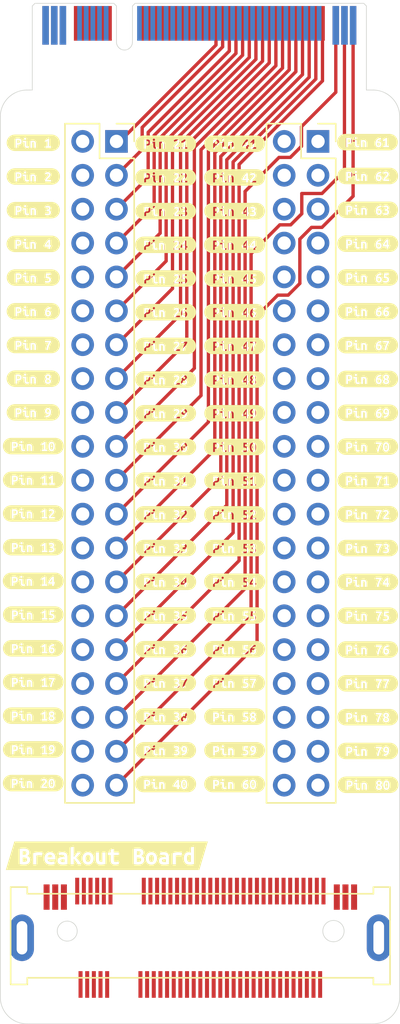
<source format=kicad_pcb>
(kicad_pcb (version 20221018) (generator pcbnew)
  (layers (0 "F.Cu" signal) (31 "B.Cu" signal) (34 "B.Paste" user) (35 "F.Paste" user) (36 "B.SilkS" user "B.Silkscreen") (37 "F.SilkS" user "F.Silkscreen") (38 "B.Mask" user) (39 "F.Mask" user) (44 "Edge.Cuts" user))
  (net 0 "")
  (net 1 "/4")
  (net 2 "/5")
  (net 3 "/6")
  (net 4 "/7")
  (net 5 "/8")
  (net 6 "/9")
  (net 7 "/10")
  (net 8 "/11")
  (net 9 "/12")
  (net 10 "/13")
  (net 11 "/14")
  (net 12 "/15")
  (net 13 "/16")
  (net 14 "/17")
  (net 15 "/18")
  (net 16 "/19")
  (net 17 "/20")
  (net 18 "/21")
  (net 19 "/22")
  (net 20 "/23")
  (net 21 "/24")
  (net 22 "/25")
  (net 23 "/26")
  (net 24 "/27")
  (net 25 "/28")
  (net 26 "/29")
  (net 27 "/30")
  (net 28 "/31")
  (net 29 "/32")
  (net 30 "/33")
  (net 31 "/34")
  (net 32 "/35")
  (net 33 "/36")
  (net 34 "/37")
  (net 35 "/41")
  (net 36 "/42")
  (net 37 "/43")
  (net 38 "/44")
  (net 39 "/45")
  (net 40 "/46")
  (net 41 "/47")
  (net 42 "/48")
  (net 43 "/49")
  (net 44 "/50")
  (net 45 "/51")
  (net 46 "/52")
  (net 47 "/53")
  (net 48 "/54")
  (net 49 "/55")
  (net 50 "/56")
  (net 51 "/57")
  (net 52 "/58")
  (net 53 "/59")
  (net 54 "/60")
  (net 55 "/61")
  (net 56 "/62")
  (net 57 "/63")
  (net 58 "/64")
  (net 59 "/65")
  (net 60 "/66")
  (net 61 "/67")
  (net 62 "/68")
  (net 63 "/69")
  (net 64 "/70")
  (net 65 "/71")
  (net 66 "/72")
  (net 67 "/73")
  (net 68 "/1")
  (net 69 "/2")
  (net 70 "/3")
  (net 71 "/38")
  (net 72 "/39")
  (net 73 "/40")
  (net 74 "/75")
  (net 75 "/77")
  (net 76 "/79")
  (net 77 "74")
  (net 78 "76")
  (net 79 "78")
  (net 80 "80")
  (footprint "kibuzzard-65E4F9B6" (layer "F.Cu") (at 129.65 117.269473)
    (fp_text reference "kibuzzard-65E4F9B6" hide)
    (fp_text value "G***" hide)
  )
  (footprint "kibuzzard-65E4FC9E" (layer "F.Cu") (at 119.7 114.673685)
    (fp_text reference "kibuzzard-65E4FC9E" hide)
    (fp_text value "G***" hide)
  )
  (footprint "kibuzzard-65E4FC1B" (layer "F.Cu") (at 144.825 109.694444)
    (fp_text reference "kibuzzard-65E4FC1B" hide)
    (fp_text value "G***" hide)
  )
  (footprint "kibuzzard-65E4F9A4" (layer "F.Cu") (at 129.65 109.688947)
    (fp_text reference "kibuzzard-65E4F9A4" hide)
    (fp_text value "G***" hide)
  )
  (footprint "kibuzzard-65E4F90C" (layer "F.Cu") (at 134.825 99.581959)
    (fp_text reference "kibuzzard-65E4F90C" hide)
    (fp_text value "G***" hide)
  )
  (footprint "kibuzzard-65E4FCA8" (layer "F.Cu") (at 119.7 119.726315)
    (fp_text reference "kibuzzard-65E4FCA8" hide)
    (fp_text value "G***" hide)
  )
  (footprint "kibuzzard-65E4F98D" (layer "F.Cu") (at 129.65 99.581579)
    (fp_text reference "kibuzzard-65E4F98D" hide)
    (fp_text value "G***" hide)
  )
  (footprint "kibuzzard-65E4FC9A" (layer "F.Cu") (at 119.7 112.146259)
    (fp_text reference "kibuzzard-65E4FC9A" hide)
    (fp_text value "G***" hide)
  )
  (footprint "kibuzzard-65E4FC24" (layer "F.Cu") (at 144.825 112.229444)
    (fp_text reference "kibuzzard-65E4FC24" hide)
    (fp_text value "G***" hide)
  )
  (footprint "kibuzzard-65E4FBE5" (layer "F.Cu") (at 144.825 97.019444)
    (fp_text reference "kibuzzard-65E4FBE5" hide)
    (fp_text value "G***" hide)
  )
  (footprint "kibuzzard-65E4FB85" (layer "F.Cu") (at 134.825 124.85038)
    (fp_text reference "kibuzzard-65E4FB85" hide)
    (fp_text value "G***" hide)
  )
  (footprint "kibuzzard-65E4FA07" (layer "F.Cu") (at 134.825 112.216169)
    (fp_text reference "kibuzzard-65E4FA07" hide)
    (fp_text value "G***" hide)
  )
  (footprint "kibuzzard-65E4FC5A" (layer "F.Cu") (at 119.7 79.304164)
    (fp_text reference "kibuzzard-65E4FC5A" hide)
    (fp_text value "G***" hide)
  )
  (footprint "kibuzzard-65E4F936" (layer "F.Cu") (at 134.825 84.426462)
    (fp_text reference "kibuzzard-65E4F936" hide)
    (fp_text value "G***" hide)
  )
  (footprint "kibuzzard-65E4FC8B" (layer "F.Cu") (at 119.7 104.567314)
    (fp_text reference "kibuzzard-65E4FC8B" hide)
    (fp_text value "G***" hide)
  )
  (footprint "kibuzzard-65E4FB72" (layer "F.Cu") (at 134.825 119.796695)
    (fp_text reference "kibuzzard-65E4FB72" hide)
    (fp_text value "G***" hide)
  )
  (footprint "kibuzzard-65E4F96C" (layer "F.Cu") (at 129.65 89.478655)
    (fp_text reference "kibuzzard-65E4F96C" hide)
    (fp_text value "G***" hide)
  )
  (footprint "kibuzzard-65E4FC2C" (layer "F.Cu") (at 144.825 114.765555)
    (fp_text reference "kibuzzard-65E4FC2C" hide)
    (fp_text value "G***" hide)
  )
  (footprint "kibuzzard-65E4F8A3" (layer "F.Cu") (at 134.825 109.689327)
    (fp_text reference "kibuzzard-65E4F8A3" hide)
    (fp_text value "G***" hide)
  )
  (footprint "kibuzzard-65E4F8A7" (layer "F.Cu") (at 134.825 107.162485)
    (fp_text reference "kibuzzard-65E4F8A7" hide)
    (fp_text value "G***" hide)
  )
  (footprint "kibuzzard-65E4F9CB" (layer "F.Cu") (at 129.65 119.796315)
    (fp_text reference "kibuzzard-65E4F9CB" hide)
    (fp_text value "G***" hide)
  )
  (footprint "kibuzzard-65E4FBB5" (layer "F.Cu") (at 144.825 84.338889)
    (fp_text reference "kibuzzard-65E4FBB5" hide)
    (fp_text value "G***" hide)
  )
  (footprint "kibuzzard-65E4F9F7" (layer "F.Cu") (at 129.65 122.323157)
    (fp_text reference "kibuzzard-65E4F9F7" hide)
    (fp_text value "G***" hide)
  )
  (footprint "kibuzzard-65E4F93A" (layer "F.Cu") (at 134.825 81.900731)
    (fp_text reference "kibuzzard-65E4F93A" hide)
    (fp_text value "G***" hide)
  )
  (footprint "kibuzzard-65E4FB6A" (layer "F.Cu") (at 134.825 117.269853)
    (fp_text reference "kibuzzard-65E4FB6A" hide)
    (fp_text value "G***" hide)
  )
  (footprint "kibuzzard-65E4FBCB" (layer "F.Cu") (at 144.825 89.411111)
    (fp_text reference "kibuzzard-65E4FBCB" hide)
    (fp_text value "G***" hide)
  )
  (footprint "kibuzzard-65E4FBD4" (layer "F.Cu") (at 144.825 91.947222)
    (fp_text reference "kibuzzard-65E4FBD4" hide)
    (fp_text value "G***" hide)
  )
  (footprint "kibuzzard-65E4FB98" (layer "F.Cu") (at 144.8 76.730556)
    (fp_text reference "kibuzzard-65E4FB98" hide)
    (fp_text value "G***" hide)
  )
  (footprint "kibuzzard-65E4F9FC" (layer "F.Cu") (at 129.65 124.85)
    (fp_text reference "kibuzzard-65E4F9FC" hide)
    (fp_text value "G***" hide)
  )
  (footprint "kibuzzard-65E4F907" (layer "F.Cu") (at 134.825 102.108801)
    (fp_text reference "kibuzzard-65E4F907" hide)
    (fp_text value "G***" hide)
  )
  (footprint "kibuzzard-65E4FC61" (layer "F.Cu") (at 119.7 81.830479)
    (fp_text reference "kibuzzard-65E4FC61" hide)
    (fp_text value "G***" hide)
  )
  (footprint "kibuzzard-65E4F960" (layer "F.Cu") (at 129.65 86.951813)
    (fp_text reference "kibuzzard-65E4F960" hide)
    (fp_text value "G***" hide)
  )
  (footprint "footprints:Automotive_M.2_Edge_Connector" (layer "F.Cu") (at 132.175 66.325)
    (fp_text reference "J3" hide)
    (fp_text value "Automotive_M.2_Edge_Connector" hide)
    (fp_line (start -12.55 0.2) (end -12.55 6.5) (stroke (width 0.05)) (layer "Edge.Cuts"))
    (fp_line (start -12.55 0.2) (end -12.35 0) (stroke (width 0.05)) (layer "Edge.Cuts"))
    (fp_line (start -12.35 0) (end -6.425 0) (stroke (width 0.05)) (layer "Edge.Cuts"))
    (fp_line (start -6.225 0.2) (end -6.425 0) (stroke (width 0.05)) (layer "Edge.Cuts"))
    (fp_line (start -6.225 2.9) (end -6.225 0.2) (stroke (width 0.05)) (layer "Edge.Cuts"))
    (fp_line (start -5.025 0.2) (end -4.825 0) (stroke (width 0.05)) (layer "Edge.Cuts"))
    (fp_line (start -5.025 2.9) (end -5.025 0.2) (stroke (width 0.05)) (layer "Edge.Cuts"))
    (fp_line (start -4.825 0) (end 12.35 0) (stroke (width 0.05)) (layer "Edge.Cuts"))
    (fp_line (start 12.55 0.2) (end 12.35 0) (stroke (width 0.05)) (layer "Edge.Cuts"))
    (fp_line (start 12.55 0.2) (end 12.55 6.5) (stroke (width 0.05)) (layer "Edge.Cuts"))
    (fp_arc (start -5.025 2.9) (mid -5.625 3.5) (end -6.225 2.9) (stroke (width 0.05)) (layer "Edge.Cuts"))
    (pad "4" connect rect (at -9.249999 1.5) (size 0.35 2.6) (layers "F.Cu" "F.Mask") (net 1 "/4"))
    (pad "5" connect rect (at -8.75 1.5) (size 0.35 2.6) (layers "F.Cu" "F.Mask") (net 2 "/5"))
    (pad "6" connect rect (at -8.25 1.5) (size 0.35 2.6) (layers "F.Cu" "F.Mask") (net 3 "/6"))
    (pad "7" connect rect (at -7.75 1.5) (size 0.35 2.6) (layers "F.Cu" "F.Mask") (net 4 "/7"))
    (pad "8" connect rect (at -7.25 1.5) (size 0.35 2.6) (layers "F.Cu" "F.Mask") (net 5 "/8"))
    (pad "9" connect rect (at -6.75 1.5) (size 0.35 2.6) (layers "F.Cu" "F.Mask") (net 6 "/9"))
    (pad "10" connect rect (at -4.25 1.5) (size 0.35 2.6) (layers "F.Cu" "F.Mask") (net 7 "/10"))
    (pad "11" connect rect (at -3.75 1.5) (size 0.35 2.6) (layers "F.Cu" "F.Mask") (net 8 "/11"))
    (pad "12" connect rect (at -3.25 1.5) (size 0.35 2.6) (layers "F.Cu" "F.Mask") (net 9 "/12"))
    (pad "13" connect rect (at -2.75 1.5) (size 0.35 2.6) (layers "F.Cu" "F.Mask") (net 10 "/13"))
    (pad "14" connect rect (at -2.25 1.5) (size 0.35 2.6) (layers "F.Cu" "F.Mask") (net 11 "/14"))
    (pad "15" connect rect (at -1.75 1.5) (size 0.35 2.6) (layers "F.Cu" "F.Mask") (net 12 "/15"))
    (pad "16" connect rect (at -1.25 1.5) (size 0.35 2.6) (layers "F.Cu" "F.Mask") (net 13 "/16"))
    (pad "17" connect rect (at -0.75 1.5) (size 0.35 2.6) (layers "F.Cu" "F.Mask") (net 14 "/17"))
    (pad "18" connect rect (at -0.25 1.5) (size 0.35 2.6) (layers "F.Cu" "F.Mask") (net 15 "/18"))
    (pad "19" connect rect (at 0.25 1.5) (size 0.35 2.6) (layers "F.Cu" "F.Mask") (net 16 "/19"))
    (pad "20" connect rect (at 0.75 1.5) (size 0.35 2.6) (layers "F.Cu" "F.Mask") (net 17 "/20"))
    (pad "21" connect rect (at 1.25 1.5) (size 0.35 2.6) (layers "F.Cu" "F.Mask") (net 18 "/21"))
    (pad "22" connect rect (at 1.75 1.5) (size 0.35 2.6) (layers "F.Cu" "F.Mask") (net 19 "/22"))
    (pad "23" connect rect (at 2.25 1.5) (size 0.35 2.6) (layers "F.Cu" "F.Mask") (net 20 "/23"))
    (pad "24" connect rect (at 2.75 1.5) (size 0.35 2.6) (layers "F.Cu" "F.Mask") (net 21 "/24"))
    (pad "25" connect rect (at 3.25 1.5) (size 0.35 2.6) (layers "F.Cu" "F.Mask") (net 22 "/25"))
    (pad "26" connect rect (at 3.75 1.5) (size 0.35 2.6) (layers "F.Cu" "F.Mask") (net 23 "/26"))
    (pad "27" connect rect (at 4.25 1.5) (size 0.35 2.6) (layers "F.Cu" "F.Mask") (net 24 "/27"))
    (pad "28" connect rect (at 4.75 1.5) (size 0.35 2.6) (layers "F.Cu" "F.Mask") (net 25 "/28"))
    (pad "29" connect rect (at 5.25 1.5) (size 0.35 2.6) (layers "F.Cu" "F.Mask") (net 26 "/29"))
    (pad "30" connect rect (at 5.75 1.5) (size 0.35 2.6) (layers "F.Cu" "F.Mask") (net 27 "/30"))
    (pad "31" connect rect (at 6.25 1.5) (size 0.35 2.6) (layers "F.Cu" "F.Mask") (net 28 "/31"))
    (pad "32" connect rect (at 6.75 1.5) (size 0.35 2.6) (layers "F.Cu" "F.Mask") (net 29 "/32"))
    (pad "33" connect rect (at 7.25 1.5) (size 0.35 2.6) (layers "F.Cu" "F.Mask") (net 30 "/33"))
    (pad "34" connect rect (at 7.75 1.5) (size 0.35 2.6) (layers "F.Cu" "F.Mask") (net 31 "/34"))
    (pad "35" connect rect (at 8.25 1.5) (size 0.35 2.6) (layers "F.Cu" "F.Mask") (net 32 "/35"))
    (pad "36" connect rect (at 8.75 1.5) (size 0.35 2.6) (layers "F.Cu" "F.Mask") (net 33 "/36"))
    (pad "37" connect rect (at 9.249999 1.5) (size 0.35 2.6) (layers "F.Cu" "F.Mask") (net 34 "/37"))
    (pad "41" connect rect (at -9 1.5) (size 0.35 2.6) (layers "B.Cu" "B.Mask") (net 35 "/41"))
    (pad "42" connect rect (at -8.5 1.5) (size 0.35 2.6) (layers "B.Cu" "B.Mask") (net 36 "/42"))
    (pad "43" connect rect (at -8 1.5) (size 0.35 2.6) (layers "B.Cu" "B.Mask") (net 37 "/43"))
    (pad "44" connect rect (at -7.5 1.5) (size 0.35 2.6) (layers "B.Cu" "B.Mask") (net 38 "/44"))
    (pad "45" connect rect (at -7 1.5) (size 0.35 2.6) (layers "B.Cu" "B.Mask") (net 39 "/45"))
    (pad "46" connect rect (at -4.5 1.5) (size 0.35 2.6) (layers "B.Cu" "B.Mask") (net 40 "/46"))
    (pad "47" connect rect (at -4 1.5) (size 0.35 2.6) (layers "B.Cu" "B.Mask") (net 41 "/47"))
    (pad "48" connect rect (at -3.5 1.5) (size 0.35 2.6) (layers "B.Cu" "B.Mask") (net 42 "/48"))
    (pad "49" connect rect (at -3 1.5) (size 0.35 2.6) (layers "B.Cu" "B.Mask") (net 43 "/49"))
    (pad "50" connect rect (at -2.5 1.5) (size 0.35 2.6) (layers "B.Cu" "B.Mask") (net 44 "/50"))
    (pad "51" connect rect (at -2 1.5) (size 0.35 2.6) (layers "B.Cu" "B.Mask") (net 45 "/51"))
    (pad "52" connect rect (at -1.5 1.5) (size 0.35 2.6) (layers "B.Cu" "B.Mask") (net 46 "/52"))
    (pad "53" connect rect (at -1 1.5) (size 0.35 2.6) (layers "B.Cu" "B.Mask") (net 47 "/53"))
    (pad "54" connect rect (at -0.5 1.5) (size 0.35 2.6) (layers "B.Cu" "B.Mask") (net 48 "/54"))
    (pad "55" connect rect (at 0 1.5) (size 0.35 2.6) (layers "B.Cu" "B.Mask") (net 49 "/55"))
    (pad "56" connect rect (at 0.5 1.5) (size 0.35 2.6) (layers "B.Cu" "B.Mask") (net 50 "/56"))
    (pad "57" connect rect (at 1 1.5) (size 0.35 2.6) (layers "B.Cu" "B.Mask") (net 51 "/57"))
    (pad "58" connect rect (at 1.5 1.5) (size 0.35 2.6) (layers "B.Cu" "B.Mask") (net 52 "/58"))
    (pad "59" connect rect (at 2 1.5) (size 0.35 2.6) (layers "B.Cu" "B.Mask") (net 53 "/59"))
    (pad "60" connect rect (at 2.5 1.5) (size 0.35 2.6) (layers "B.Cu" "B.Mask") (net 54 "/60"))
    (pad "61" connect rect (at 3 1.5) (size 0.35 2.6) (layers "B.Cu" "B.Mask") (net 55 "/61"))
    (pad "62" connect rect (at 3.5 1.5) (size 0.35 2.6) (layers "B.Cu" "B.Mask") (net 56 "/62"))
    (pad "63" connect rect (at 4 1.5) (size 0.35 2.6) (layers "B.Cu" "B.Mask") (net 57 "/63"))
    (pad "64" connect rect (at 4.5 1.5) (size 0.35 2.6) (layers "B.Cu" "B.Mask") (net 58 "/64"))
    (pad "65" connect rect (at 5 1.5) (size 0.35 2.6) (layers "B.Cu" "B.Mask") (net 59 "/65"))
    (pad "66" connect rect (at 5.5 1.5) (size 0.35 2.6) (layers "B.Cu" "B.Mask") (net 60 "/66"))
    (pad "67" connect rect (at 6 1.5) (size 0.35 2.6) (layers "B.Cu" "B.Mask") (net 61 "/67"))
    (pad "68" connect rect (at 6.5 1.5) (size 0.35 2.6) (layers "B.Cu" "B.Mask") (net 62 "/68"))
    (pad "69" connect rect (at 7 1.5) (size 0.35 2.6) (layers "B.Cu" "B.Mask") (net 63 "/69"))
    (pad "70" connect rect (at 7.5 1.5) (size 0.35 2.6) (layers "B.Cu" "B.Mask") (net 64 "/70"))
    (pad "71" connect rect (at 8 1.5) (size 0.35 2.6) (layers "B.Cu" "B.Mask") (net 65 "/71"))
    (pad "72" connect rect (at 8.5 1.5) (size 0.35 2.6) (layers "B.Cu" "B.Mask") (net 66 "/72"))
    (pad "73" connect rect (at 9 1.5) (size 0.35 2.6) (layers "B.Cu" "B.Mask") (net 67 "/73"))
    (pad "P1" connect rect (at -11.55 1.65) (size 0.4953 2.899999) (layers "F.Cu" "F.Mask") (net 68 "/1"))
    (pad "P1" connect rect (at -11.55 1.65) (size 0.4953 2.899999) (layers "B.Cu" "B.Mask") (net 68 "/1"))
    (pad "P2" connect rect (at -10.9 1.65) (size 0.4953 2.899999) (layers "F.Cu" "F.Mask") (net 69 "/2"))
    (pad "P2" connect rect (at -10.9 1.65) (size 0.4953 2.899999) (layers "B.Cu" "B.Mask") (net 69 "/2"))
    (pad "P3" connect rect (at -10.25 1.65) (size 0.4953 2.899999) (layers "F.Cu" "F.Mask") (net 70 "/3"))
    (pad "P3" connect rect (at -10.25 1.65) (size 0.4953 2.899999) (layers "B.Cu" "B.Mask") (net 70 "/3"))
    (pad "P38" connect rect (at 10.25 1.65) (size 0.4953 2.899999) (layers "F.Cu" "F.Mask") (net 71 "/38"))
    (pad "P38" connect rect (at 10.25 1.65) (size 0.4953 2.899999) (layers "B.Cu" "B.Mask") (net 71 "/38"))
    (pad "P39" connect rect (at 10.9 1.65) (size 0.4953 2.899999) (layers "F.Cu" "F.Mask") (net 72 "/39"))
    (pad "P39" connect rect (at 10.9 1.65) (size 0.4953 2.899999) (layers "B.Cu" "B.Mask") (net 72 "/39"))
    (pad "P40" connect rect (at 11.55 1.65) (size 0.4953 2.899999) (layers "F.Cu" "F.Mask") (net 73 "/40"))
    (pad "P40" connect rect (at 11.55 1.65) (size 0.4953 2.899999) (layers "B.Cu" "B.Mask") (net 73 "/40"))
  )
  (footprint "kibuzzard-65E4F92D" (layer "F.Cu") (at 134.825 89.479035)
    (fp_text reference "kibuzzard-65E4F92D" hide)
    (fp_text value "G***" hide)
  )
  (footprint "kibuzzard-65E4FC6E" (layer "F.Cu") (at 119.7 89.410535)
    (fp_text reference "kibuzzard-65E4FC6E" hide)
    (fp_text value "G***" hide)
  )
  (footprint "kibuzzard-65E4F991" (layer "F.Cu") (at 129.65 102.108421)
    (fp_text reference "kibuzzard-65E4F991" hide)
    (fp_text value "G***" hide)
  )
  (footprint "kibuzzard-65E4FC55" (layer "F.Cu") (at 119.7 76.77896)
    (fp_text reference "kibuzzard-65E4FC55" hide)
    (fp_text value "G***" hide)
  )
  (footprint "kibuzzard-65E4FCB0" (layer "F.Cu") (at 119.7 124.77896)
    (fp_text reference "kibuzzard-65E4FCB0" hide)
    (fp_text value "G***" hide)
  )
  (footprint "kibuzzard-65E4F9B0" (layer "F.Cu") (at 129.65 114.742631)
    (fp_text reference "kibuzzard-65E4F9B0" hide)
    (fp_text value "G***" hide)
  )
  (footprint "kibuzzard-65E4FC40" (layer "F.Cu") (at 144.825 122.370555)
    (fp_text reference "kibuzzard-65E4FC40" hide)
    (fp_text value "G***" hide)
  )
  (footprint "kibuzzard-65E4FCAC" (layer "F.Cu") (at 119.7 122.25263)
    (fp_text reference "kibuzzard-65E4FCAC" hide)
    (fp_text value "G***" hide)
  )
  (footprint "kibuzzard-65E4FC08" (layer "F.Cu") (at 144.825 107.159444)
    (fp_text reference "kibuzzard-65E4FC08" hide)
    (fp_text value "G***" hide)
  )
  (footprint "kibuzzard-65E4FC86" (layer "F.Cu") (at 119.7 102.04211)
    (fp_text reference "kibuzzard-65E4FC86" hide)
    (fp_text value "G***" hide)
  )
  (footprint "kibuzzard-65E4FC00" (layer "F.Cu") (at 144.825 104.624444)
    (fp_text reference "kibuzzard-65E4FC00" hide)
    (fp_text value "G***" hide)
  )
  (footprint "kibuzzard-65E4F941" (layer "F.Cu") (at 134.825 79.375)
    (fp_text reference "kibuzzard-65E4F941" hide)
    (fp_text value "G***" hide)
  )
  (footprint "kibuzzard-65E4FBAD" (layer "F.Cu") (at 144.825 81.802778)
    (fp_text reference "kibuzzard-65E4FBAD" hide)
    (fp_text value "G***" hide)
  )
  (footprint "kibuzzard-65E4F987" (layer "F.Cu") (at 129.65 97.055848)
    (fp_text reference "kibuzzard-65E4F987" hide)
    (fp_text value "G***" hide)
  )
  (footprint "kibuzzard-65E4F946" (layer "F.Cu") (at 134.825 76.85038)
    (fp_text reference "kibuzzard-65E4F946" hide)
    (fp_text value "G***" hide)
  )
  (footprint "kibuzzard-65E4F8AD" (layer "F.Cu") (at 134.825 104.635643)
    (fp_text reference "kibuzzard-65E4F8AD" hide)
    (fp_text value "G***" hide)
  )
  (footprint "kibuzzard-65E4FC65" (layer "F.Cu") (at 119.7 84.356794)
    (fp_text reference "kibuzzard-65E4FC65" hide)
    (fp_text value "G***" hide)
  )
  (footprint "kibuzzard-65E4FC33" (layer "F.Cu") (at 144.825 117.300555)
    (fp_text reference "kibuzzard-65E4FC33" hide)
    (fp_text value "G***" hide)
  )
  (footprint "kibuzzard-65E4FB5F" (layer "F.Cu") (at 134.825 114.743011)
    (fp_text reference "kibuzzard-65E4FB5F" hide)
    (fp_text value "G***" hide)
  )
  (footprint "kibuzzard-65E4F95B" (layer "F.Cu") (at 129.65 84.426082)
    (fp_text reference "kibuzzard-65E4F95B" hide)
    (fp_text value "G***" hide)
  )
  (footprint "kibuzzard-65E4FC7A" (layer "F.Cu") (at 119.7 94.463165)
    (fp_text reference "kibuzzard-65E4FC7A" hide)
    (fp_text value "G***" hide)
  )
  (footprint "kibuzzard-65E4F97B" (layer "F.Cu") (at 129.65 92.004386)
    (fp_text reference "kibuzzard-65E4F97B" hide)
    (fp_text value "G***" hide)
  )
  (footprint "kibuzzard-65E4FC72" (layer "F.Cu") (at 119.7 91.93685)
    (fp_text reference "kibuzzard-65E4FC72" hide)
    (fp_text value "G***" hide)
  )
  (footprint "kibuzzard-65E4FBA6" (layer "F.Cu") (at 144.825 79.266667)
    (fp_text reference "kibuzzard-65E4FBA6" hide)
    (fp_text value "G***" hide)
  )
  (footprint "kibuzzard-65E4F981" (layer "F.Cu") (at 129.65 94.530117)
    (fp_text reference "kibuzzard-65E4F981" hide)
    (fp_text value "G***" hide)
  )
  (footprint "kibuzzard-65E4F932" (layer "F.Cu") (at 134.825 86.952193)
    (fp_text reference "kibuzzard-65E4F932" hide)
    (fp_text value "G***" hide)
  )
  (footprint "kibuzzard-65E4FBEC" (layer "F.Cu") (at 144.825 99.555555)
    (fp_text reference "kibuzzard-65E4FBEC" hide)
    (fp_text value "G***" hide)
  )
  (footprint "kibuzzard-65E4FC7E" (layer "F.Cu") (at 119.7 96.98948)
    (fp_text reference "kibuzzard-65E4FC7E" hide)
    (fp_text value "G***" hide)
  )
  (footprint "kibuzzard-65E4F911" (layer "F.Cu") (at 134.825 97.056228)
    (fp_text reference "kibuzzard-65E4F911" hide)
    (fp_text value "G***" hide)
  )
  (footprint "kibuzzard-65E4F997" (layer "F.Cu") (at 129.65 104.635263)
    (fp_text reference "kibuzzard-65E4F997" hide)
    (fp_text value "G***" hide)
  )
  (footprint "kibuzzard-65E4F9A9" (layer "F.Cu") (at 129.65 112.215789)
    (fp_text reference "kibuzzard-65E4F9A9" hide)
    (fp_text value "G***" hide)
  )
  (footprint "Connector_PinSocket_2.54mm:PinSocket_2x20_P2.54mm_Vertical" (layer "F.Cu") (at 125.95 76.675)
    (fp_text reference "J1" hide)
    (fp_text value "Pin_Header_1" hide)
    (pad "1" thru_hole oval (at -2.54 0) (size 1.7 1.7) (drill 1) (layers "*.Cu" "*.Mask") (net 68 "/1"))
    (pad "2" thru_hole oval (at -2.54 2.54) (size 1.7 1.7) (drill 1) (layers "*.Cu" "*.Mask") (net 69 "/2"))
    (pad "3" thru_hole oval (at -2.54 5.08) (size 1.7 1.7) (drill 1) (layers "*.Cu" "*.Mask") (net 70 "/3"))
    (pad "4" thru_hole oval (at -2.54 7.62) (size 1.7 1.7) (drill 1) (layers "*.Cu" "*.Mask") (net 1 "/4"))
    (pad "5" thru_hole oval (at -2.54 10.16) (size 1.7 1.7) (drill 1) (layers "*.Cu" "*.Mask") (net 2 "/5"))
    (pad "6" thru_hole oval (at -2.54 12.7) (size 1.7 1.7) (drill 1) (layers "*.Cu" "*.Mask") (net 3 "/6"))
    (pad "7" thru_hole oval (at -2.54 15.24) (size 1.7 1.7) (drill 1) (layers "*.Cu" "*.Mask") (net 4 "/7"))
    (pad "8" thru_hole oval (at -2.54 17.78) (size 1.7 1.7) (drill 1) (layers "*.Cu" "*.Mask") (net 5 "/8"))
    (pad "9" thru_hole oval (at -2.54 20.32) (size 1.7 1.7) (drill 1) (layers "*.Cu" "*.Mask") (net 6 "/9"))
    (pad "10" thru_hole oval (at -2.54 22.86) (size 1.7 1.7) (drill 1) (layers "*.Cu" "*.Mask") (net 7 "/10"))
    (pad "11" thru_hole oval (at -2.54 25.4) (size 1.7 1.7) (drill 1) (layers "*.Cu" "*.Mask") (net 8 "/11"))
    (pad "12" thru_hole oval (at -2.54 27.94) (size 1.7 1.7) (drill 1) (layers "*.Cu" "*.Mask") (net 9 "/12"))
    (pad "13" thru_hole oval (at -2.54 30.48) (size 1.7 1.7) (drill 1) (layers "*.Cu" "*.Mask") (net 10 "/13"))
    (pad "14" thru_hole oval (at -2.54 33.02) (size 1.7 1.7) (drill 1) (layers "*.Cu" "*.Mask") (net 11 "/14"))
    (pad "15" thru_hole oval (at -2.54 35.56) (size 1.7 1.7) (drill 1) (layers "*.Cu" "*.Mask") (net 12 "/15"))
    (pad "16" thru_hole oval (at -2.54 38.1) (size 1.7 1.7) (drill 1) (layers "*.Cu" "*.Mask") (net 13 "/16"))
    (pad "17" thru_hole oval (at -2.54 40.64) (size 1.7 1.7) (drill 1) (layers "*.Cu" "*.Mask") (net 14 "/17"))
    (pad "18" thru_hole oval (at -2.54 43.18) (size 1.7 1.7) (drill 1) (layers "*.Cu" "*.Mask") (net 15 "/18"))
    (pad "19" thru_hole oval (at -2.54 45.72) (size 1.7 1.7) (drill 1) (layers "*.Cu" "*.Mask") (net 16 "/19"))
    (pad "20" thru_hole oval (at -2.54 48.26) (size 1.7 1.7) (drill 1) (layers "*.Cu" "*.Mask") (net 17 "/20"))
    (pad "21" thru_hole rect (at 0 0) (size 1.7 1.7) (drill 1) (layers "*.Cu" "*.Mask") (net 18 "/21"))
    (pad "22" thru_hole oval (at 0 2.54) (size 1.7 1.7) (drill 1) (layers "*.Cu" "*.Mask") (net 19 "/22"))
    (pad "23" thru_hole oval (at 0 5.08) (size 1.7 1.7) (drill 1) (layers "*.Cu" "*.Mask") (net 20 "/23"))
    (pad "24" thru_hole oval (at 0 7.62) (size 1.7 1.7) (drill 1) (layers "*.Cu" "*.Mask") (net 21 "/24"))
    (pad "25" thru_hole oval (at 0 10.16) (size 1.7 1.7) (drill 1) (layers "*.Cu" "*.Mask") (net 22 "/25"))
    (pad "26" thru_hole oval (at 0 12.7) (size 1.7 1.7) (drill 1) (layers "*.Cu" "*.Mask") (net 23 "/26"))
    (pad "27" thru_hole oval (at 0 15.24) (size 1.7 1.7) (drill 1) (layers "*.Cu" "*.Mask") (net 24 "/27"))
    (pad "28" thru_hole oval (at 0 17.78) (size 1.7 1.7) (drill 1) (layers "*.Cu" "*.Mask") (net 25 "/28"))
    (pad "29" thru_hole oval (at 0 20.32) (size 1.7 1.7) (drill 1) (layers "*.Cu" "*.Mask") (net 26 "/29"))
    (pad "30" thru_hole oval (at 0 22.86) (size 1.7 1.7) (drill 1) (layers "*.Cu" "*.Mask") (net 27 "/30"))
    (pad "31" thru_hole oval (at 0 25.4) (size 1.7 1.7) (drill 1) (layers "*.Cu" "*.Mask") (net 28 "/31"))
    (pad "32" thru_hole oval (at 0 27.94) (size 1.7 1.7) (drill 1) (layers "*.Cu" "*.Mask") (net 29 "/32"))
    (pad "33" thru_hole oval (at 0 30.48) (size 1.7 1.7) (drill 1) (layers "*.Cu" "*.Mask") (net 30 "/33"))
    (pad "34" thru_hole oval (at 0 33.02) (size 1.7 1.7) (drill 1) (layers "*.Cu" "*.Mask") (net 31 "/34"))
    (pad "35" thru_hole oval (at 0 35.56) (size 1.7 1.7) (drill 1) (layers "*.Cu" "*.Mask") (net 32 "/35"))
    (pad "36" thru_hole oval (at 0 38.1) (size 1.7 1.7) (drill 1) (layers "*.Cu" "*.Mask") (net 33 "/36"))
    (pad "37" thru_hole oval (at 0 40.64) (size 1.7 1.7) (drill 1) (layers "*.Cu" "*.Mask") (net 34 "/37"))
    (pad "38" thru_hole oval (at 0 43.18) (size 1.7 1.7) (drill 1) (layers "*.Cu" "*.Mask") (net 71 "/38"))
    (pad "39" thru_hole oval (at 0 45.72) (size 1.7 1.7) (drill 1) (layers "*.Cu" "*.Mask") (net 72 "/39"))
    (pad "40" thru_hole oval (at 0 48.26) (size 1.7 1.7) (drill 1) (layers "*.Cu" "*.Mask") (net 73 "/40"))
  )
  (footprint "kibuzzard-65E4FBBB" (layer "F.Cu") (at 144.825 86.875)
    (fp_text reference "kibuzzard-65E4FBBB" hide)
    (fp_text value "G***" hide)
  )
  (footprint "kibuzzard-65E4FB7A" (layer "F.Cu") (at 134.825 122.323537)
    (fp_text reference "kibuzzard-65E4FB7A" hide)
    (fp_text value "G***" hide)
  )
  (footprint "kibuzzard-65E4FC95" (layer "F.Cu") (at 119.7 109.619944)
    (fp_text reference "kibuzzard-65E4FC95" hide)
    (fp_text value "G***" hide)
  )
  (footprint "Connector_PinSocket_2.54mm:PinSocket_2x20_P2.54mm_Vertical" (layer "F.Cu") (at 141.09 76.675)
    (fp_text reference "J2" hide)
    (fp_text value "Pin_Header_2" hide)
    (pad "41" thru_hole oval (at -2.54 0) (size 1.7 1.7) (drill 1) (layers "*.Cu" "*.Mask") (net 35 "/41"))
    (pad "42" thru_hole oval (at -2.54 2.54) (size 1.7 1.7) (drill 1) (layers "*.Cu" "*.Mask") (net 36 "/42"))
    (pad "43" thru_hole oval (at -2.54 5.08) (size 1.7 1.7) (drill 1) (layers "*.Cu" "*.Mask") (net 37 "/43"))
    (pad "44" thru_hole oval (at -2.54 7.62) (size 1.7 1.7) (drill 1) (layers "*.Cu" "*.Mask") (net 38 "/44"))
    (pad "45" thru_hole oval (at -2.54 10.16) (size 1.7 1.7) (drill 1) (layers "*.Cu" "*.Mask") (net 39 "/45"))
    (pad "46" thru_hole oval (at -2.54 12.7) (size 1.7 1.7) (drill 1) (layers "*.Cu" "*.Mask") (net 40 "/46"))
    (pad "47" thru_hole oval (at -2.54 15.24) (size 1.7 1.7) (drill 1) (layers "*.Cu" "*.Mask") (net 41 "/47"))
    (pad "48" thru_hole oval (at -2.54 17.78) (size 1.7 1.7) (drill 1) (layers "*.Cu" "*.Mask") (net 42 "/48"))
    (pad "49" thru_hole oval (at -2.54 20.32) (size 1.7 1.7) (drill 1) (layers "*.Cu" "*.Mask") (net 43 "/49"))
    (pad "50" thru_hole oval (at -2.54 22.86) (size 1.7 1.7) (drill 1) (layers "*.Cu" "*.Mask") (net 44 "/50"))
    (pad "51" thru_hole oval (at -2.54 25.4) (size 1.7 1.7) (drill 1) (layers "*.Cu" "*.Mask") (net 45 "/51"))
    (pad "52" thru_hole oval (at -2.54 27.94) (size 1.7 1.7) (drill 1) (layers "*.Cu" "*.Mask") (net 46 "/52"))
    (pad "53" thru_hole oval (at -2.54 30.48) (size 1.7 1.7) (drill 1) (layers "*.Cu" "*.Mask") (net 47 "/53"))
    (pad "54" thru_hole oval (at -2.54 33.02) (size 1.7 1.7) (drill 1) (layers "*.Cu" "*.Mask") (net 48 "/54"))
    (pad "55" thru_hole oval (at -2.54 35.56) (size 1.7 1.7) (drill 1) (layers "*.Cu" "*.Mask") (net 49 "/55"))
    (pad "56" thru_hole oval (at -2.54 38.1) (size 1.7 1.7) (drill 1) (layers "*.Cu" "*.Mask") (net 50 "/56"))
    (pad "57" thru_hole oval (at -2.54 40.64) (size 1.7 1.7) (drill 1) (layers "*.Cu" "*.Mask") (net 51 "/57"))
    (pad "58" thru_hole oval (at -2.54 43.18) (size 1.7 1.7) (drill 1) (layers "*.Cu" "*.Mask") (net 52 "/58"))
    (pad "59" thru_hole oval (at -2.54 45.72) (size 1.7 1.7) (drill 1) (layers "*.Cu" "*.Mask") (net 53 "/59"))
    (pad "60" thru_hole oval (at -2.54 48.26) (size 1.7 1.7) (drill 1) (layers "*.Cu" "*.Mask") (net 54 "/60"))
    (pad "61" thru_hole rect (at 0 0) (size 1.7 1.7) (drill 1) (layers "*.Cu" "*.Mask") (net 55 "/61"))
    (pad "62" thru_hole oval (at 0 2.54) (size 1.7 1.7) (drill 1) (layers "*.Cu" "*.Mask") (net 56 "/62"))
    (pad "63" thru_hole oval (at 0 5.08) (size 1.7 1.7) (drill 1) (layers "*.Cu" "*.Mask") (net 57 "/63"))
    (pad "64" thru_hole oval (at 0 7.62) (size 1.7 1.7) (drill 1) (layers "*.Cu" "*.Mask") (net 58 "/64"))
    (pad "65" thru_hole oval (at 0 10.16) (size 1.7 1.7) (drill 1) (layers "*.Cu" "*.Mask") (net 59 "/65"))
    (pad "66" thru_hole oval (at 0 12.7) (size 1.7 1.7) (drill 1) (layers "*.Cu" "*.Mask") (net 60 "/66"))
    (pad "67" thru_hole oval (at 0 15.24) (size 1.7 1.7) (drill 1) (layers "*.Cu" "*.Mask") (net 61 "/67"))
    (pad "68" thru_hole oval (at 0 17.78) (size 1.7 1.7) (drill 1) (layers "*.Cu" "*.Mask") (net 62 "/68"))
    (pad "69" thru_hole oval (at 0 20.32) (size 1.7 1.7) (drill 1) (layers "*.Cu" "*.Mask") (net 63 "/69"))
    (pad "70" thru_hole oval (at 0 22.86) (size 1.7 1.7) (drill 1) (layers "*.Cu" "*.Mask") (net 64 "/70"))
    (pad "71" thru_hole oval (at 0 25.4) (size 1.7 1.7) (drill 1) (layers "*.Cu" "*.Mask") (net 65 "/71"))
    (pad "72" thru_hole oval (at 0 27.94) (size 1.7 1.7) (drill 1) (layers "*.Cu" "*.Mask") (net 66 "/72"))
    (pad "73" thru_hole oval (at 0 30.48) (size 1.7 1.7) (drill 1) (layers "*.Cu" "*.Mask") (net 67 "/73"))
    (pad "74" thru_hole oval (at 0 33.02) (size 1.7 1.7) (drill 1) (layers "*.Cu" "*.Mask") (net 77 "74"))
    (pad "75" thru_hole oval (at 0 35.56) (size 1.7 1.7) (drill 1) (layers "*.Cu" "*.Mask") (net 74 "/75"))
    (pad "76" thru_hole oval (at 0 38.1) (size 1.7 1.7) (drill 1) (layers "*.Cu" "*.Mask") (net 78 "76"))
    (pad "77" thru_hole oval (at 0 40.64) (size 1.7 1.7) (drill 1) (layers "*.Cu" "*.Mask") (net 75 "/77"))
    (pad "78" thru_hole oval (at 0 43.18) (size 1.7 1.7) (drill 1) (layers "*.Cu" "*.Mask") (net 79 "78"))
    (pad "79" thru_hole oval (at 0 45.72) (size 1.7 1.7) (drill 1) (layers "*.Cu" "*.Mask") (net 76 "/79"))
    (pad "80" thru_hole oval (at 0 48.26) (size 1.7 1.7) (drill 1) (layers "*.Cu" "*.Mask") (net 80 "80"))
  )
  (footprint "kibuzzard-65E4F94A" (layer "F.Cu") (at 129.65 76.85)
    (fp_text reference "kibuzzard-65E4F94A" hide)
    (fp_text value "G***" hide)
  )
  (footprint "kibuzzard-65E4FBF3" (layer "F.Cu") (at 144.825 102.090555)
    (fp_text reference "kibuzzard-65E4FBF3" hide)
    (fp_text value "G***" hide)
  )
  (footprint "kibuzzard-65E4F99B" (layer "F.Cu") (at 129.65 107.162105)
    (fp_text reference "kibuzzard-65E4F99B" hide)
    (fp_text value "G***" hide)
  )
  (footprint "kibuzzard-65E4FCA3" (layer "F.Cu") (at 119.7 117.2)
    (fp_text reference "kibuzzard-65E4FCA3" hide)
    (fp_text value "G***" hide)
  )
  (footprint "kibuzzard-65E4F955" (layer "F.Cu") (at 129.65 81.900351)
    (fp_text reference "kibuzzard-65E4F955" hide)
    (fp_text value "G***" hide)
  )
  (footprint "kibuzzard-65E4F928" (layer "F.Cu") (at 134.825 92.004766)
    (fp_text reference "kibuzzard-65E4F928" hide)
    (fp_text value "G***" hide)
  )
  (footprint "kibuzzard-65E4FC69" (layer "F.Cu") (at 119.7 86.883109)
    (fp_text reference "kibuzzard-65E4FC69" hide)
    (fp_text value "G***" hide)
  )
  (footprint "kibuzzard-65E4FC8F" (layer "F.Cu") (at 119.7 107.093629)
    (fp_text reference "kibuzzard-65E4FC8F" hide)
    (fp_text value "G***" hide)
  )
  (footprint "kibuzzard-65E4F916" (layer "F.Cu") (at 134.825 94.530497)
    (fp_text reference "kibuzzard-65E4F916" hide)
    (fp_text value "G***" hide)
  )
  (footprint "kibuzzard-65E4FBDC" (layer "F.Cu") (at 144.825 94.483333)
    (fp_text reference "kibuzzard-65E4FBDC" hide)
    (fp_text value "G***" hide)
  )
  (footprint "kibuzzard-65E4FC47" (layer "F.Cu") (at 144.85 124.905556)
    (fp_text reference "kibuzzard-65E4FC47" hide)
    (fp_text value "G***" hide)
  )
  (footprint "kibuzzard-65E4F951" (layer "F.Cu") (at 129.65 79.37462)
    (fp_text reference "kibuzzard-65E4F951" hide)
    (fp_text value "G***" hide)
  )
  (footprint "kibuzzard-65E52195" (layer "F.Cu") (at 125.225 130.225)
    (fp_text reference "kibuzzard-65E52195" hide)
    (fp_text value "G***" hide)
  )
  (footprint "kibuzzard-65E4FC39" (layer "F.Cu") (at 144.825 119.835555)
    (fp_text reference "kibuzzard-65E4FC39" hide)
    (fp_text value "G***" hide)
  )
  (footprint "footprints:Automotive_M.2" (layer "F.Cu") (at 132.25 135.875)
    (fp_text reference "J4" hide)
    (fp_text value "Automotive_M.2" hide)
    (fp_circle (center -10 0) (end -9.25 0) (stroke (width 0.05)) (fill none) (layer "Edge.Cuts"))
    (fp_circle (center 10 0) (end 10.8 0) (stroke (width 0.05)) (fill none) (layer "Edge.Cuts"))
    (pad "4" smd rect (at -9.25 -3) (size 0.3 2) (layers "F.Cu" "F.Paste" "F.Mask") (net 1 "/4"))
    (pad "5" smd rect (at -8.75 -3) (size 0.3 2) (layers "F.Cu" "F.Paste" "F.Mask") (net 2 "/5"))
    (pad "6" smd rect (at -8.25 -3) (size 0.3 2) (layers "F.Cu" "F.Paste" "F.Mask") (net 3 "/6"))
    (pad "7" smd rect (at -7.75 -3) (size 0.3 2) (layers "F.Cu" "F.Paste" "F.Mask") (net 4 "/7"))
    (pad "8" smd rect (at -7.25 -3) (size 0.3 2) (layers "F.Cu" "F.Paste" "F.Mask") (net 5 "/8"))
    (pad "9" smd rect (at -6.75 -3) (size 0.3 2) (layers "F.Cu" "F.Paste" "F.Mask") (net 6 "/9"))
    (pad "10" smd rect (at -4.25 -3) (size 0.3 2) (layers "F.Cu" "F.Paste" "F.Mask") (net 7 "/10"))
    (pad "11" smd rect (at -3.75 -3) (size 0.3 2) (layers "F.Cu" "F.Paste" "F.Mask") (net 8 "/11"))
    (pad "12" smd rect (at -3.25 -3) (size 0.3 2) (layers "F.Cu" "F.Paste" "F.Mask") (net 9 "/12"))
    (pad "13" smd rect (at -2.75 -3) (size 0.3 2) (layers "F.Cu" "F.Paste" "F.Mask") (net 10 "/13"))
    (pad "14" smd rect (at -2.25 -3) (size 0.3 2) (layers "F.Cu" "F.Paste" "F.Mask") (net 11 "/14"))
    (pad "15" smd rect (at -1.75 -3) (size 0.3 2) (layers "F.Cu" "F.Paste" "F.Mask") (net 12 "/15"))
    (pad "16" smd rect (at -1.25 -3) (size 0.3 2) (layers "F.Cu" "F.Paste" "F.Mask") (net 13 "/16"))
    (pad "17" smd rect (at -0.75 -3) (size 0.3 2) (layers "F.Cu" "F.Paste" "F.Mask") (net 14 "/17"))
    (pad "18" smd rect (at -0.25 -3) (size 0.3 2) (layers "F.Cu" "F.Paste" "F.Mask") (net 15 "/18"))
    (pad "19" smd rect (at 0.25 -3) (size 0.3 2) (layers "F.Cu" "F.Paste" "F.Mask") (net 16 "/19"))
    (pad "20" smd rect (at 0.75 -3) (size 0.3 2) (layers "F.Cu" "F.Paste" "F.Mask") (net 17 "/20"))
    (pad "21" smd rect (at 1.25 -3) (size 0.3 2) (layers "F.Cu" "F.Paste" "F.Mask") (net 18 "/21"))
    (pad "22" smd rect (at 1.75 -3) (size 0.3 2) (layers "F.Cu" "F.Paste" "F.Mask") (net 19 "/22"))
    (pad "23" smd rect (at 2.25 -3) (size 0.3 2) (layers "F.Cu" "F.Paste" "F.Mask") (net 20 "/23"))
    (pad "24" smd rect (at 2.75 -3) (size 0.3 2) (layers "F.Cu" "F.Paste" "F.Mask") (net 21 "/24"))
    (pad "25" smd rect (at 3.25 -3) (size 0.3 2) (layers "F.Cu" "F.Paste" "F.Mask") (net 22 "/25"))
    (pad "26" smd rect (at 3.75 -3) (size 0.3 2) (layers "F.Cu" "F.Paste" "F.Mask") (net 23 "/26"))
    (pad "27" smd rect (at 4.25 -3) (size 0.3 2) (layers "F.Cu" "F.Paste" "F.Mask") (net 24 "/27"))
    (pad "28" smd rect (at 4.75 -3) (size 0.3 2) (layers "F.Cu" "F.Paste" "F.Mask") (net 25 "/28"))
    (pad "29" smd rect (at 5.25 -3) (size 0.3 2) (layers "F.Cu" "F.Paste" "F.Mask") (net 26 "/29"))
    (pad "30" smd rect (at 5.75 -3) (size 0.3 2) (layers "F.Cu" "F.Paste" "F.Mask") (net 27 "/30"))
    (pad "31" smd rect (at 6.25 -3) (size 0.3 2) (layers "F.Cu" "F.Paste" "F.Mask") (net 28 "/31"))
    (pad "32" smd rect (at 6.75 -3) (size 0.3 2) (layers "F.Cu" "F.Paste" "F.Mask") (net 29 "/32"))
    (pad "33" smd rect (at 7.25 -3) (size 0.3 2) (layers "F.Cu" "F.Paste" "F.Mask") (net 30 "/33"))
    (pad "34" smd rect (at 7.75 -3) (size 0.3 2) (layers "F.Cu" "F.Paste" "F.Mask") (net 31 "/34"))
    (pad "35" smd rect (at 8.25 -3) (size 0.3 2) (layers "F.Cu" "F.Paste" "F.Mask") (net 32 "/35"))
    (pad "36" smd rect (at 8.75 -3) (size 0.3 2) (layers "F.Cu" "F.Paste" "F.Mask") (net 33 "/36"))
    (pad "37" smd rect (at 9.25 -3) (size 0.3 2) (layers "F.Cu" "F.Paste" "F.Mask") (net 34 "/37"))
    (pad "41" smd rect (at -9 4) (size 0.3 2) (layers "F.Cu" "F.Paste" "F.Mask") (net 35 "/41"))
    (pad "42" smd rect (at -8.5 4) (size 0.3 2) (layers "F.Cu" "F.Paste" "F.Mask") (net 36 "/42"))
    (pad "43" smd rect (at -8 4) (size 0.3 2) (layers "F.Cu" "F.Paste" "F.Mask") (net 37 "/43"))
    (pad "44" smd rect (at -7.5 4) (size 0.3 2) (layers "F.Cu" "F.Paste" "F.Mask") (net 38 "/44"))
    (pad "45" smd rect (at -7 4) (size 0.3 2) (layers "F.Cu" "F.Paste" "F.Mask") (net 39 "/45"))
    (pad "46" smd rect (at -4.5 4) (size 0.3 2) (layers "F.Cu" "F.Paste" "F.Mask") (net 40 "/46"))
    (pad "47" smd rect (at -4 4) (size 0.3 2) (layers "F.Cu" "F.Paste" "F.Mask") (net 41 "/47"))
    (pad "48" smd rect (at -3.5 4) (size 0.3 2) (layers "F.Cu" "F.Paste" "F.Mask") (net 42 "/48"))
    (pad "49" smd rect (at -3 4) (size 0.3 2) (layers "F.Cu" "F.Paste" "F.Mask") (net 43 "/49"))
    (pad "50" smd rect (at -2.5 4) (size 0.3 2) (layers "F.Cu" "F.Paste" "F.Mask") (net 44 "/50"))
    (pad "51" smd rect (at -2 4) (size 0.3 2) (layers "F.Cu" "F.Paste" "F.Mask") (net 45 "/51"))
    (pad "52" smd rect (at -1.5 4) (size 0.3 2) (layers "F.Cu" "F.Paste" "F.Mask") (net 46 "/52"))
    (pad "53" smd rect (at -1 4) (size 0.3 2) (layers "F.Cu" "F.Paste" "F.Mask") (net 47 "/53"))
    (pad "54" smd rect (at -0.5 4) (size 0.3 2) (layers "F.Cu" "F.Paste" "F.Mask") (net 48 "/54"))
    (pad "55" smd rect (at 0 4) (size 0.3 2) (layers "F.Cu" "F.Paste" "F.Mask") (net 49 "/55"))
    (pad "56" smd rect (at 0.5 4) (size 0.3 2) (layers "F.Cu" "F.Paste" "F.Mask") (net 50 "/56"))
    (pad "57" smd rect (at 1 4) (size 0.3 2) (layers "F.Cu" "F.Paste" "F.Mask") (net 51 "/57"))
    (pad "58" smd rect (at 1.5 4) (size 0.3 2) (layers "F.Cu" "F.Paste" "F.Mask") (net 52 "/58"))
    (pad "59" smd rect (at 2 4) (size 0.3 2) (layers "F.Cu" "F.Paste" "F.Mask") (net 53 "/59"))
    (pad "60" smd rect (at 2.5 4) (size 0.3 2) (layers "F.Cu" "F.Paste" "F.Mask") (net 54 "/60"))
    (pad "61" smd rect (at 3 4) (size 0.3 2) (layers "F.Cu" "F.Paste" "F.Mask") (net 55 "/61"))
    (pad "62" smd rect (at 3.5 4) (size 0.3 2) (layers "F.Cu" "F.Paste" "F.Mask") (net 56 "/62"))
    (pad "63" smd rect (at 4 4) (size 0.3 2) (layers "F.Cu" "F.Paste" "F.Mask") (net 57 "/63"))
    (pad "64" smd rect (at 4.5 4) (size 0.3 2) (layers "F.Cu" "F.Paste" "F.Mask") (net 58 "/64"))
    (pad "65" smd rect (at 5 4) (size 0.3 2) (layers "F.Cu" "F.Paste" "F.Mask") (net 59 "/65"))
    (pad "66" smd rect (at 5.5 4) (size 0.3 2) (layers "F.Cu" "F.Paste" "F.Mask") (net 60 "/66"))
    (pad "67" smd rect (at 6 4) (size 0.3 2) (layers "F.Cu" "F.Paste" "F.Mask") (net 61 "/67"))
    (pad "68" smd rect (at 6.5 4) (size 0.3 2) (layers "F.Cu" "F.Paste" "F.Mask") (net 62 "/68"))
    (pad "69" smd rect (at 7 4) (size 0.3 2) (layers "F.Cu" "F.Paste" "F.Mask") (net 63 "/69"))
    (pad "70" smd rect (at 7.5 4) (size 0.3 2) (layers "F.Cu" "F.Paste" "F.Mask") (net 64 "/70"))
    (pad "71" smd rect (at 8 4) (size 0.3 2) (layers "F.Cu" "F.Paste" "F.Mask") (net 65 "/71"))
    (pad "72" smd rect (at 8.5 4) (size 0.3 2) (layers "F.Cu" "F.Paste" "F.Mask") (net 66 "/72"))
    (pad "73" smd rect (at 9 4) (size 0.3 2) (layers "F.Cu" "F.Paste" "F.Mask") (net 67 "/73"))
    (pad "75" thru_hole roundrect (at -13.4 0.5) (size 1.8 3.5) (drill oval 0.8 2.5) (layers "*.Cu" "*.Mask") (roundrect_rratio 0.5))
    (pad "76" thru_hole roundrect (at 13.4 0.5) (size 1.8 3.5) (drill oval 0.8 2.5) (layers "*.Cu" "*.Mask") (roundrect_rratio 0.5))
    (pad "P1" smd rect (at -11.55 -2.55) (size 0.45 1.9) (layers "F.Cu" "F.Paste" "F.Mask") (net 68 "/1"))
    (pad "P2" smd rect (at -10.9 -2.55) (size 0.45 1.9) (layers "F.Cu" "F.Paste" "F.Mask") (net 69 "/2"))
    (pad "P3" smd rect (at -10.25 -2.55) (size 0.45 1.9) (layers "F.Cu" "F.Paste" "F.Mask") (net 70 "/3"))
    (pad "P38" smd rect (at 10.25 -2.55) (size 0.45 1.9) (layers "F.Cu" "F.Paste" "F.Mask") (net 71 "/38"))
    (pad "P39" smd rect (at 10.9 -2.55) (size 0.45 1.9) (layers "F.Cu" "F.Paste" "F.Mask") (net 72 "/39"))
    (pad "P40" smd rect (at 11.55 -2.55) (size 0.45 1.9) (layers "F.Cu" "F.Paste" "F.Mask") (net 73 "/40"))
  )
  (footprint "kibuzzard-65E4FC83" (layer "F.Cu") (at 119.7 99.515795)
    (fp_text reference "kibuzzard-65E4FC83" hide)
    (fp_text value "G***" hide)
  )
  (gr_line (start 144.725 72.825) (end 145.225 72.825) (stroke (width 0.05)) (layer "Edge.Cuts"))
  (gr_line (start 147.225 140.825) (end 147.225 74.825) (stroke (width 0.05)) (layer "Edge.Cuts"))
  (gr_line (start 117.225 140.825) (end 117.225 74.825) (stroke (width 0.05)) (layer "Edge.Cuts"))
  (gr_line (start 119.225 72.825) (end 119.625 72.825) (stroke (width 0.05)) (layer "Edge.Cuts"))
  (gr_arc (start 145.225 72.825) (mid 146.639214 73.410786) (end 147.225 74.825) (stroke (width 0.05)) (layer "Edge.Cuts"))
  (gr_arc (start 147.225 140.825) (mid 146.639214 142.239214) (end 145.225 142.825) (stroke (width 0.05)) (layer "Edge.Cuts"))
  (gr_line (start 119.225 142.825) (end 145.225 142.825) (stroke (width 0.05)) (layer "Edge.Cuts"))
  (gr_arc (start 117.225 74.825) (mid 117.810786 73.410786) (end 119.225 72.825) (stroke (width 0.05)) (layer "Edge.Cuts"))
  (gr_arc (start 119.225 142.825) (mid 117.810786 142.239214) (end 117.225 140.825) (stroke (width 0.05)) (layer "Edge.Cuts"))
  (segment (start 133.425 69.45) (end 126.2 76.675) (width 0.25) (layer "F.Cu") (net 18))
  (segment (start 133.425 67.825) (end 133.425 69.45) (width 0.25) (layer "F.Cu") (net 18))
  (segment (start 126.2 76.675) (end 125.95 76.675) (width 0.25) (layer "F.Cu") (net 18))
  (segment (start 127.880698 75.630698) (end 127.880698 77.284302) (width 0.25) (layer "F.Cu") (net 19))
  (segment (start 133.925 67.825) (end 133.925 69.586396) (width 0.25) (layer "F.Cu") (net 19))
  (segment (start 133.925 69.586396) (end 127.880698 75.630698) (width 0.25) (layer "F.Cu") (net 19))
  (segment (start 127.880698 77.284302) (end 125.95 79.215) (width 0.25) (layer "F.Cu") (net 19))
  (segment (start 134.425 67.825) (end 134.425 69.9) (width 0.25) (layer "F.Cu") (net 20))
  (segment (start 134.425 69.9) (end 128.330698 75.994302) (width 0.25) (layer "F.Cu") (net 20))
  (segment (start 128.330698 75.994302) (end 128.330698 79.374302) (width 0.25) (layer "F.Cu") (net 20))
  (segment (start 128.330698 79.374302) (end 125.95 81.755) (width 0.25) (layer "F.Cu") (net 20))
  (segment (start 128.780698 76.219302) (end 128.780698 81.464302) (width 0.25) (layer "F.Cu") (net 21))
  (segment (start 134.925 67.825) (end 134.925 70.075) (width 0.25) (layer "F.Cu") (net 21))
  (segment (start 134.925 70.075) (end 128.780698 76.219302) (width 0.25) (layer "F.Cu") (net 21))
  (segment (start 128.780698 81.464302) (end 125.95 84.295) (width 0.25) (layer "F.Cu") (net 21))
  (segment (start 135.425 70.211396) (end 129.230698 76.405698) (width 0.25) (layer "F.Cu") (net 22))
  (segment (start 129.230698 83.554302) (end 125.95 86.835) (width 0.25) (layer "F.Cu") (net 22))
  (segment (start 135.425 67.825) (end 135.425 70.211396) (width 0.25) (layer "F.Cu") (net 22))
  (segment (start 129.230698 76.405698) (end 129.230698 83.554302) (width 0.25) (layer "F.Cu") (net 22))
  (segment (start 135.925 70.380698) (end 129.680698 76.625) (width 0.25) (layer "F.Cu") (net 23))
  (segment (start 129.680698 76.625) (end 129.680698 85.644302) (width 0.25) (layer "F.Cu") (net 23))
  (segment (start 135.925 67.825) (end 135.925 70.380698) (width 0.25) (layer "F.Cu") (net 23))
  (segment (start 129.680698 85.644302) (end 125.95 89.375) (width 0.25) (layer "F.Cu") (net 23))
  (segment (start 130.158547 87.706453) (end 125.95 91.915) (width 0.25) (layer "F.Cu") (net 24))
  (segment (start 136.425 70.517094) (end 130.158547 76.783547) (width 0.25) (layer "F.Cu") (net 24))
  (segment (start 136.425 67.825) (end 136.425 70.517094) (width 0.25) (layer "F.Cu") (net 24))
  (segment (start 130.158547 76.783547) (end 130.158547 87.706453) (width 0.25) (layer "F.Cu") (net 24))
  (segment (start 136.925 70.65349) (end 130.764245 76.814245) (width 0.25) (layer "F.Cu") (net 25))
  (segment (start 130.764245 89.640755) (end 125.95 94.455) (width 0.25) (layer "F.Cu") (net 25))
  (segment (start 130.764245 76.814245) (end 130.764245 89.640755) (width 0.25) (layer "F.Cu") (net 25))
  (segment (start 136.925 67.825) (end 136.925 70.65349) (width 0.25) (layer "F.Cu") (net 25))
  (segment (start 137.425 70.789886) (end 131.232443 76.982443) (width 0.25) (layer "F.Cu") (net 26))
  (segment (start 131.232443 76.982443) (end 131.232443 91.712557) (width 0.25) (layer "F.Cu") (net 26))
  (segment (start 131.232443 91.712557) (end 125.95 96.995) (width 0.25) (layer "F.Cu") (net 26))
  (segment (start 137.425 67.825) (end 137.425 70.789886) (width 0.25) (layer "F.Cu") (net 26))
  (segment (start 137.925 67.825) (end 137.925 71) (width 0.25) (layer "F.Cu") (net 27))
  (segment (start 131.8 77.125) (end 131.8 93.685) (width 0.25) (layer "F.Cu") (net 27))
  (segment (start 131.8 93.685) (end 125.95 99.535) (width 0.25) (layer "F.Cu") (net 27))
  (segment (start 137.925 71) (end 131.8 77.125) (width 0.25) (layer "F.Cu") (net 27))
  (segment (start 132.3 95.725) (end 125.95 102.075) (width 0.25) (layer "F.Cu") (net 28))
  (segment (start 138.425 67.825) (end 138.425 71.175) (width 0.25) (layer "F.Cu") (net 28))
  (segment (start 132.3 77.3) (end 132.3 95.725) (width 0.25) (layer "F.Cu") (net 28))
  (segment (start 138.425 71.175) (end 132.3 77.3) (width 0.25) (layer "F.Cu") (net 28))
  (segment (start 138.925 71.311396) (end 132.855698 77.380698) (width 0.25) (layer "F.Cu") (net 29))
  (segment (start 138.925 67.825) (end 138.925 71.311396) (width 0.25) (layer "F.Cu") (net 29))
  (segment (start 132.855698 77.380698) (end 132.855698 97.709302) (width 0.25) (layer "F.Cu") (net 29))
  (segment (start 132.855698 97.709302) (end 125.95 104.615) (width 0.25) (layer "F.Cu") (net 29))
  (segment (start 139.425 67.825) (end 139.425 71.447792) (width 0.25) (layer "F.Cu") (net 30))
  (segment (start 139.425 71.447792) (end 133.336396 77.536396) (width 0.25) (layer "F.Cu") (net 30))
  (segment (start 133.336396 99.768604) (end 125.95 107.155) (width 0.25) (layer "F.Cu") (net 30))
  (segment (start 133.336396 77.536396) (end 133.336396 99.768604) (width 0.25) (layer "F.Cu") (net 30))
  (segment (start 139.925 67.825) (end 139.925 71.661396) (width 0.25) (layer "F.Cu") (net 31))
  (segment (start 133.786396 101.858604) (end 125.95 109.695) (width 0.25) (layer "F.Cu") (net 31))
  (segment (start 133.786396 77.8) (end 133.786396 101.858604) (width 0.25) (layer "F.Cu") (net 31))
  (segment (start 139.925 71.661396) (end 133.786396 77.8) (width 0.25) (layer "F.Cu") (net 31))
  (segment (start 134.236396 103.948604) (end 125.95 112.235) (width 0.25) (layer "F.Cu") (net 32))
  (segment (start 140.425 67.825) (end 140.425 71.861396) (width 0.25) (layer "F.Cu") (net 32))
  (segment (start 140.425 71.861396) (end 134.236396 78.05) (width 0.25) (layer "F.Cu") (net 32))
  (segment (start 134.236396 78.05) (end 134.236396 103.948604) (width 0.25) (layer "F.Cu") (net 32))
  (segment (start 140.925 71.997792) (end 134.711396 78.211396) (width 0.25) (layer "F.Cu") (net 33))
  (segment (start 134.711396 106.013604) (end 125.95 114.775) (width 0.25) (layer "F.Cu") (net 33))
  (segment (start 134.711396 78.211396) (end 134.711396 106.013604) (width 0.25) (layer "F.Cu") (net 33))
  (segment (start 140.925 67.825) (end 140.925 71.997792) (width 0.25) (layer "F.Cu") (net 33))
  (segment (start 141.424999 72.1383) (end 135.161396 78.401903) (width 0.25) (layer "F.Cu") (net 34))
  (segment (start 141.424999 67.825) (end 141.424999 72.1383) (width 0.25) (layer "F.Cu") (net 34))
  (segment (start 135.161396 78.401903) (end 135.161396 108.103604) (width 0.25) (layer "F.Cu") (net 34))
  (segment (start 135.161396 108.103604) (end 125.95 117.315) (width 0.25) (layer "F.Cu") (net 34))
  (segment (start 135.611396 110.193604) (end 125.95 119.855) (width 0.25) (layer "F.Cu") (net 71))
  (segment (start 139.011701 77.875) (end 138.161396 77.875) (width 0.25) (layer "F.Cu") (net 71))
  (segment (start 139.85 75.565) (end 139.85 77.036701) (width 0.25) (layer "F.Cu") (net 71))
  (segment (start 139.85 77.036701) (end 139.011701 77.875) (width 0.25) (layer "F.Cu") (net 71))
  (segment (start 138.161396 77.875) (end 135.611396 80.425) (width 0.25) (layer "F.Cu") (net 71))
  (segment (start 142.425 67.975) (end 142.425 72.99) (width 0.25) (layer "F.Cu") (net 71))
  (segment (start 142.425 72.99) (end 139.85 75.565) (width 0.25) (layer "F.Cu") (net 71))
  (segment (start 135.611396 80.425) (end 135.611396 110.193604) (width 0.25) (layer "F.Cu") (net 71))
  (segment (start 143.075 67.975) (end 143.075 78.891701) (width 0.25) (layer "F.Cu") (net 72))
  (segment (start 138.22 82.93) (end 136.061396 85.088604) (width 0.25) (layer "F.Cu") (net 72))
  (segment (start 136.061396 85.088604) (end 136.061396 112.283604) (width 0.25) (layer "F.Cu") (net 72))
  (segment (start 139.036701 82.93) (end 138.22 82.93) (width 0.25) (layer "F.Cu") (net 72))
  (segment (start 139.87 82.096701) (end 139.036701 82.93) (width 0.25) (layer "F.Cu") (net 72))
  (segment (start 141.386701 80.58) (end 139.87 80.58) (width 0.25) (layer "F.Cu") (net 72))
  (segment (start 136.061396 112.283604) (end 125.95 122.395) (width 0.25) (layer "F.Cu") (net 72))
  (segment (start 139.87 80.58) (end 139.87 82.096701) (width 0.25) (layer "F.Cu") (net 72))
  (segment (start 143.075 78.891701) (end 141.386701 80.58) (width 0.25) (layer "F.Cu") (net 72))
  (segment (start 143.725 67.975) (end 143.725 80.781701) (width 0.25) (layer "F.Cu") (net 73))
  (segment (start 139.725 87.321701) (end 138.846701 88.2) (width 0.25) (layer "F.Cu") (net 73))
  (segment (start 140.603299 83.12) (end 139.725 83.998299) (width 0.25) (layer "F.Cu") (net 73))
  (segment (start 138.846701 88.2) (end 138.063299 88.2) (width 0.25) (layer "F.Cu") (net 73))
  (segment (start 136.511396 114.373604) (end 125.95 124.935) (width 0.25) (layer "F.Cu") (net 73))
  (segment (start 136.511396 89.751903) (end 136.511396 114.373604) (width 0.25) (layer "F.Cu") (net 73))
  (segment (start 139.725 83.998299) (end 139.725 87.321701) (width 0.25) (layer "F.Cu") (net 73))
  (segment (start 141.386701 83.12) (end 140.603299 83.12) (width 0.25) (layer "F.Cu") (net 73))
  (segment (start 143.725 80.781701) (end 141.386701 83.12) (width 0.25) (layer "F.Cu") (net 73))
  (segment (start 138.063299 88.2) (end 136.511396 89.751903) (width 0.25) (layer "F.Cu") (net 73))
)
</source>
